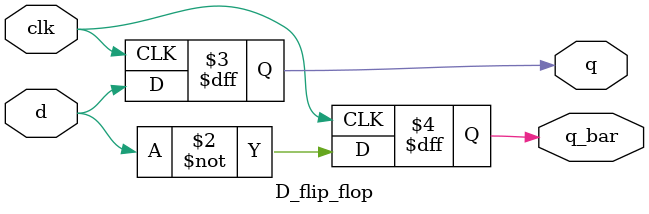
<source format=sv>
module top_module (
    input clk,
    input x,
    output z
);

    wire q1, q2, q3, q1_bar, q2_bar, q3_bar;
    D_flip_flop DFF1 (.clk(clk), .d(x ^ q1), .q(q1), .q_bar(q1_bar));
    D_flip_flop DFF2 (.clk(clk), .d(x & q2_bar), .q(q2), .q_bar(q2_bar));
    D_flip_flop DFF3 (.clk(clk), .d(x | q3_bar), .q(q3), .q_bar(q3_bar));

    assign z = ~(q1 ^ q2 ^ q3);

endmodule
module D_flip_flop (
    input clk,
    input d,
    output reg q,
    output reg q_bar
);

    always @(posedge clk) begin
        q <= d;
        q_bar <= ~d;
    end

endmodule

</source>
